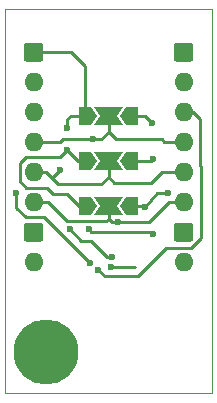
<source format=gbl>
G04 #@! TF.GenerationSoftware,KiCad,Pcbnew,(5.1.5-0-10_14)*
G04 #@! TF.CreationDate,2020-04-13T12:38:15+03:00*
G04 #@! TF.ProjectId,npa700-breakout-b1,6e706137-3030-42d6-9272-65616b6f7574,rev?*
G04 #@! TF.SameCoordinates,Original*
G04 #@! TF.FileFunction,Copper,L2,Bot*
G04 #@! TF.FilePolarity,Positive*
%FSLAX46Y46*%
G04 Gerber Fmt 4.6, Leading zero omitted, Abs format (unit mm)*
G04 Created by KiCad (PCBNEW (5.1.5-0-10_14)) date 2020-04-13 12:38:15*
%MOMM*%
%LPD*%
G04 APERTURE LIST*
%ADD10C,0.010000*%
%ADD11O,1.600000X1.600000*%
%ADD12C,0.100000*%
%ADD13C,5.500000*%
%ADD14C,0.700000*%
%ADD15C,0.600000*%
%ADD16C,0.250000*%
G04 APERTURE END LIST*
D10*
X83250001Y-111000000D02*
X83250000Y-78490000D01*
X100750000Y-78490000D02*
X100749999Y-111000000D01*
X100750000Y-78490000D02*
X83250000Y-78490000D01*
X100749999Y-111000000D02*
X83250001Y-111000000D01*
D11*
X85650000Y-99890000D03*
G04 #@! TA.AperFunction,SMDPad,CuDef*
D12*
G36*
X86269603Y-96550963D02*
G01*
X86289018Y-96553843D01*
X86308057Y-96558612D01*
X86326537Y-96565224D01*
X86344279Y-96573616D01*
X86361114Y-96583706D01*
X86376879Y-96595398D01*
X86391421Y-96608579D01*
X86404602Y-96623121D01*
X86416294Y-96638886D01*
X86426384Y-96655721D01*
X86434776Y-96673463D01*
X86441388Y-96691943D01*
X86446157Y-96710982D01*
X86449037Y-96730397D01*
X86450000Y-96750000D01*
X86450000Y-97950000D01*
X86449037Y-97969603D01*
X86446157Y-97989018D01*
X86441388Y-98008057D01*
X86434776Y-98026537D01*
X86426384Y-98044279D01*
X86416294Y-98061114D01*
X86404602Y-98076879D01*
X86391421Y-98091421D01*
X86376879Y-98104602D01*
X86361114Y-98116294D01*
X86344279Y-98126384D01*
X86326537Y-98134776D01*
X86308057Y-98141388D01*
X86289018Y-98146157D01*
X86269603Y-98149037D01*
X86250000Y-98150000D01*
X85050000Y-98150000D01*
X85030397Y-98149037D01*
X85010982Y-98146157D01*
X84991943Y-98141388D01*
X84973463Y-98134776D01*
X84955721Y-98126384D01*
X84938886Y-98116294D01*
X84923121Y-98104602D01*
X84908579Y-98091421D01*
X84895398Y-98076879D01*
X84883706Y-98061114D01*
X84873616Y-98044279D01*
X84865224Y-98026537D01*
X84858612Y-98008057D01*
X84853843Y-97989018D01*
X84850963Y-97969603D01*
X84850000Y-97950000D01*
X84850000Y-96750000D01*
X84850963Y-96730397D01*
X84853843Y-96710982D01*
X84858612Y-96691943D01*
X84865224Y-96673463D01*
X84873616Y-96655721D01*
X84883706Y-96638886D01*
X84895398Y-96623121D01*
X84908579Y-96608579D01*
X84923121Y-96595398D01*
X84938886Y-96583706D01*
X84955721Y-96573616D01*
X84973463Y-96565224D01*
X84991943Y-96558612D01*
X85010982Y-96553843D01*
X85030397Y-96550963D01*
X85050000Y-96550000D01*
X86250000Y-96550000D01*
X86269603Y-96550963D01*
G37*
G04 #@! TD.AperFunction*
D11*
X85650000Y-94810000D03*
X85650000Y-92270000D03*
X85650000Y-89730000D03*
X85650000Y-87190000D03*
X85650000Y-84650000D03*
G04 #@! TA.AperFunction,ComponentPad*
D12*
G36*
X86269603Y-81310963D02*
G01*
X86289018Y-81313843D01*
X86308057Y-81318612D01*
X86326537Y-81325224D01*
X86344279Y-81333616D01*
X86361114Y-81343706D01*
X86376879Y-81355398D01*
X86391421Y-81368579D01*
X86404602Y-81383121D01*
X86416294Y-81398886D01*
X86426384Y-81415721D01*
X86434776Y-81433463D01*
X86441388Y-81451943D01*
X86446157Y-81470982D01*
X86449037Y-81490397D01*
X86450000Y-81510000D01*
X86450000Y-82710000D01*
X86449037Y-82729603D01*
X86446157Y-82749018D01*
X86441388Y-82768057D01*
X86434776Y-82786537D01*
X86426384Y-82804279D01*
X86416294Y-82821114D01*
X86404602Y-82836879D01*
X86391421Y-82851421D01*
X86376879Y-82864602D01*
X86361114Y-82876294D01*
X86344279Y-82886384D01*
X86326537Y-82894776D01*
X86308057Y-82901388D01*
X86289018Y-82906157D01*
X86269603Y-82909037D01*
X86250000Y-82910000D01*
X85050000Y-82910000D01*
X85030397Y-82909037D01*
X85010982Y-82906157D01*
X84991943Y-82901388D01*
X84973463Y-82894776D01*
X84955721Y-82886384D01*
X84938886Y-82876294D01*
X84923121Y-82864602D01*
X84908579Y-82851421D01*
X84895398Y-82836879D01*
X84883706Y-82821114D01*
X84873616Y-82804279D01*
X84865224Y-82786537D01*
X84858612Y-82768057D01*
X84853843Y-82749018D01*
X84850963Y-82729603D01*
X84850000Y-82710000D01*
X84850000Y-81510000D01*
X84850963Y-81490397D01*
X84853843Y-81470982D01*
X84858612Y-81451943D01*
X84865224Y-81433463D01*
X84873616Y-81415721D01*
X84883706Y-81398886D01*
X84895398Y-81383121D01*
X84908579Y-81368579D01*
X84923121Y-81355398D01*
X84938886Y-81343706D01*
X84955721Y-81333616D01*
X84973463Y-81325224D01*
X84991943Y-81318612D01*
X85010982Y-81313843D01*
X85030397Y-81310963D01*
X85050000Y-81310000D01*
X86250000Y-81310000D01*
X86269603Y-81310963D01*
G37*
G04 #@! TD.AperFunction*
D11*
X98350000Y-99890000D03*
G04 #@! TA.AperFunction,SMDPad,CuDef*
D12*
G36*
X98969603Y-96550963D02*
G01*
X98989018Y-96553843D01*
X99008057Y-96558612D01*
X99026537Y-96565224D01*
X99044279Y-96573616D01*
X99061114Y-96583706D01*
X99076879Y-96595398D01*
X99091421Y-96608579D01*
X99104602Y-96623121D01*
X99116294Y-96638886D01*
X99126384Y-96655721D01*
X99134776Y-96673463D01*
X99141388Y-96691943D01*
X99146157Y-96710982D01*
X99149037Y-96730397D01*
X99150000Y-96750000D01*
X99150000Y-97950000D01*
X99149037Y-97969603D01*
X99146157Y-97989018D01*
X99141388Y-98008057D01*
X99134776Y-98026537D01*
X99126384Y-98044279D01*
X99116294Y-98061114D01*
X99104602Y-98076879D01*
X99091421Y-98091421D01*
X99076879Y-98104602D01*
X99061114Y-98116294D01*
X99044279Y-98126384D01*
X99026537Y-98134776D01*
X99008057Y-98141388D01*
X98989018Y-98146157D01*
X98969603Y-98149037D01*
X98950000Y-98150000D01*
X97750000Y-98150000D01*
X97730397Y-98149037D01*
X97710982Y-98146157D01*
X97691943Y-98141388D01*
X97673463Y-98134776D01*
X97655721Y-98126384D01*
X97638886Y-98116294D01*
X97623121Y-98104602D01*
X97608579Y-98091421D01*
X97595398Y-98076879D01*
X97583706Y-98061114D01*
X97573616Y-98044279D01*
X97565224Y-98026537D01*
X97558612Y-98008057D01*
X97553843Y-97989018D01*
X97550963Y-97969603D01*
X97550000Y-97950000D01*
X97550000Y-96750000D01*
X97550963Y-96730397D01*
X97553843Y-96710982D01*
X97558612Y-96691943D01*
X97565224Y-96673463D01*
X97573616Y-96655721D01*
X97583706Y-96638886D01*
X97595398Y-96623121D01*
X97608579Y-96608579D01*
X97623121Y-96595398D01*
X97638886Y-96583706D01*
X97655721Y-96573616D01*
X97673463Y-96565224D01*
X97691943Y-96558612D01*
X97710982Y-96553843D01*
X97730397Y-96550963D01*
X97750000Y-96550000D01*
X98950000Y-96550000D01*
X98969603Y-96550963D01*
G37*
G04 #@! TD.AperFunction*
D11*
X98350000Y-94810000D03*
X98350000Y-92270000D03*
X98350000Y-89730000D03*
X98350000Y-87190000D03*
X98350000Y-84650000D03*
G04 #@! TA.AperFunction,ComponentPad*
D12*
G36*
X98969603Y-81310963D02*
G01*
X98989018Y-81313843D01*
X99008057Y-81318612D01*
X99026537Y-81325224D01*
X99044279Y-81333616D01*
X99061114Y-81343706D01*
X99076879Y-81355398D01*
X99091421Y-81368579D01*
X99104602Y-81383121D01*
X99116294Y-81398886D01*
X99126384Y-81415721D01*
X99134776Y-81433463D01*
X99141388Y-81451943D01*
X99146157Y-81470982D01*
X99149037Y-81490397D01*
X99150000Y-81510000D01*
X99150000Y-82710000D01*
X99149037Y-82729603D01*
X99146157Y-82749018D01*
X99141388Y-82768057D01*
X99134776Y-82786537D01*
X99126384Y-82804279D01*
X99116294Y-82821114D01*
X99104602Y-82836879D01*
X99091421Y-82851421D01*
X99076879Y-82864602D01*
X99061114Y-82876294D01*
X99044279Y-82886384D01*
X99026537Y-82894776D01*
X99008057Y-82901388D01*
X98989018Y-82906157D01*
X98969603Y-82909037D01*
X98950000Y-82910000D01*
X97750000Y-82910000D01*
X97730397Y-82909037D01*
X97710982Y-82906157D01*
X97691943Y-82901388D01*
X97673463Y-82894776D01*
X97655721Y-82886384D01*
X97638886Y-82876294D01*
X97623121Y-82864602D01*
X97608579Y-82851421D01*
X97595398Y-82836879D01*
X97583706Y-82821114D01*
X97573616Y-82804279D01*
X97565224Y-82786537D01*
X97558612Y-82768057D01*
X97553843Y-82749018D01*
X97550963Y-82729603D01*
X97550000Y-82710000D01*
X97550000Y-81510000D01*
X97550963Y-81490397D01*
X97553843Y-81470982D01*
X97558612Y-81451943D01*
X97565224Y-81433463D01*
X97573616Y-81415721D01*
X97583706Y-81398886D01*
X97595398Y-81383121D01*
X97608579Y-81368579D01*
X97623121Y-81355398D01*
X97638886Y-81343706D01*
X97655721Y-81333616D01*
X97673463Y-81325224D01*
X97691943Y-81318612D01*
X97710982Y-81313843D01*
X97730397Y-81310963D01*
X97750000Y-81310000D01*
X98950000Y-81310000D01*
X98969603Y-81310963D01*
G37*
G04 #@! TD.AperFunction*
D13*
X86700000Y-107490000D03*
D14*
X89100000Y-107490000D03*
X88397056Y-109187056D03*
X86700000Y-109890000D03*
X85002944Y-109187056D03*
X84300000Y-107490000D03*
X85002944Y-105792944D03*
X86700000Y-105090000D03*
X88397056Y-105792944D03*
G04 #@! TA.AperFunction,SMDPad,CuDef*
D12*
G36*
X93000000Y-87510000D02*
G01*
X93500000Y-86760000D01*
X94500000Y-86760000D01*
X94500000Y-88260000D01*
X93500000Y-88260000D01*
X93000000Y-87510000D01*
G37*
G04 #@! TD.AperFunction*
G04 #@! TA.AperFunction,Conductor*
G36*
X91300000Y-87510000D02*
G01*
X90800000Y-86760000D01*
X93200000Y-86760000D01*
X92700000Y-87510000D01*
X93200000Y-88260000D01*
X90800000Y-88260000D01*
X91300000Y-87510000D01*
G37*
G04 #@! TD.AperFunction*
G04 #@! TA.AperFunction,SMDPad,CuDef*
G36*
X91000000Y-87510000D02*
G01*
X90500000Y-88260000D01*
X89500000Y-88260000D01*
X89500000Y-86760000D01*
X90500000Y-86760000D01*
X91000000Y-87510000D01*
G37*
G04 #@! TD.AperFunction*
G04 #@! TA.AperFunction,SMDPad,CuDef*
G36*
X91000000Y-91320000D02*
G01*
X90500000Y-92070000D01*
X89500000Y-92070000D01*
X89500000Y-90570000D01*
X90500000Y-90570000D01*
X91000000Y-91320000D01*
G37*
G04 #@! TD.AperFunction*
G04 #@! TA.AperFunction,Conductor*
G36*
X91300000Y-91320000D02*
G01*
X90800000Y-90570000D01*
X93200000Y-90570000D01*
X92700000Y-91320000D01*
X93200000Y-92070000D01*
X90800000Y-92070000D01*
X91300000Y-91320000D01*
G37*
G04 #@! TD.AperFunction*
G04 #@! TA.AperFunction,SMDPad,CuDef*
G36*
X93000000Y-91320000D02*
G01*
X93500000Y-90570000D01*
X94500000Y-90570000D01*
X94500000Y-92070000D01*
X93500000Y-92070000D01*
X93000000Y-91320000D01*
G37*
G04 #@! TD.AperFunction*
G04 #@! TA.AperFunction,SMDPad,CuDef*
G36*
X93000000Y-95130000D02*
G01*
X93500000Y-94380000D01*
X94500000Y-94380000D01*
X94500000Y-95880000D01*
X93500000Y-95880000D01*
X93000000Y-95130000D01*
G37*
G04 #@! TD.AperFunction*
G04 #@! TA.AperFunction,Conductor*
G36*
X91300000Y-95130000D02*
G01*
X90800000Y-94380000D01*
X93200000Y-94380000D01*
X92700000Y-95130000D01*
X93200000Y-95880000D01*
X90800000Y-95880000D01*
X91300000Y-95130000D01*
G37*
G04 #@! TD.AperFunction*
G04 #@! TA.AperFunction,SMDPad,CuDef*
G36*
X91000000Y-95130000D02*
G01*
X90500000Y-95880000D01*
X89500000Y-95880000D01*
X89500000Y-94380000D01*
X90500000Y-94380000D01*
X91000000Y-95130000D01*
G37*
G04 #@! TD.AperFunction*
D15*
X95800000Y-97500000D03*
X90300000Y-97100000D03*
X88500000Y-88500000D03*
X88500000Y-90400000D03*
X90000000Y-91320000D03*
X95800000Y-91200000D03*
X95700000Y-88100000D03*
X97000000Y-94000000D03*
X95100000Y-95200000D03*
X91100000Y-100600000D03*
X90400000Y-100000000D03*
X84200000Y-94000000D03*
X92800000Y-96500000D03*
X92250000Y-99450000D03*
X88700000Y-97100000D03*
X87900000Y-92100000D03*
X90700000Y-89500000D03*
X92200000Y-100300000D03*
D16*
X95600000Y-97300000D02*
X95800000Y-97500000D01*
X90500000Y-97300000D02*
X95600000Y-97300000D01*
X90300000Y-97100000D02*
X90500000Y-97300000D01*
X90000000Y-87510000D02*
X90000000Y-83300000D01*
X88810000Y-82110000D02*
X85650000Y-82110000D01*
X90000000Y-83300000D02*
X88810000Y-82110000D01*
X90000000Y-91320000D02*
X89420000Y-91320000D01*
X88790000Y-87510000D02*
X90000000Y-87510000D01*
X88500000Y-87800000D02*
X88790000Y-87510000D01*
X88500000Y-88500000D02*
X88500000Y-87800000D01*
X89420000Y-91320000D02*
X88500000Y-90400000D01*
X89500000Y-95130000D02*
X88470000Y-94100000D01*
X90000000Y-95130000D02*
X89500000Y-95130000D01*
X88470000Y-94100000D02*
X87300000Y-94100000D01*
X87300000Y-94100000D02*
X86800000Y-93600000D01*
X85037522Y-93600000D02*
X84500000Y-93062478D01*
X86800000Y-93600000D02*
X85037522Y-93600000D01*
X84500000Y-91477522D02*
X84977522Y-91000000D01*
X84500000Y-93062478D02*
X84500000Y-91477522D01*
X87900000Y-91000000D02*
X88500000Y-90400000D01*
X84977522Y-91000000D02*
X87900000Y-91000000D01*
X94000000Y-87510000D02*
X95110000Y-87510000D01*
X95680000Y-91320000D02*
X94000000Y-91320000D01*
X95800000Y-91200000D02*
X95680000Y-91320000D01*
X95110000Y-87510000D02*
X95700000Y-88100000D01*
X96100000Y-94000000D02*
X97000000Y-94000000D01*
X94000000Y-95130000D02*
X94970000Y-95130000D01*
X95100000Y-95200000D02*
X96100000Y-94000000D01*
X94970000Y-95130000D02*
X95100000Y-95200000D01*
X99150000Y-87190000D02*
X98350000Y-87190000D01*
X99700000Y-87740000D02*
X99150000Y-87190000D01*
X99700000Y-91700000D02*
X99700000Y-87740000D01*
X99800000Y-91800000D02*
X99700000Y-91700000D01*
X99800000Y-97842478D02*
X99800000Y-91800000D01*
X98942478Y-98700000D02*
X99800000Y-97842478D01*
X96900000Y-98700000D02*
X98942478Y-98700000D01*
X94500001Y-101099999D02*
X96900000Y-98700000D01*
X91100000Y-100600000D02*
X91699999Y-101099999D01*
X91699999Y-101099999D02*
X94500001Y-101099999D01*
X90400000Y-100000000D02*
X87100000Y-96700000D01*
X87100000Y-96700000D02*
X86500000Y-96100000D01*
X84200000Y-95302478D02*
X84200000Y-94000000D01*
X84997522Y-96100000D02*
X84200000Y-95302478D01*
X86500000Y-96100000D02*
X84997522Y-96100000D01*
X92000000Y-95130000D02*
X92000000Y-96200000D01*
X97090000Y-94810000D02*
X98350000Y-94810000D01*
X95400000Y-96500000D02*
X97090000Y-94810000D01*
X92300000Y-96500000D02*
X92800000Y-96500000D01*
X92800000Y-96500000D02*
X95400000Y-96500000D01*
X92000000Y-96200000D02*
X92300000Y-96500000D01*
X85650000Y-94810000D02*
X86910000Y-94810000D01*
X91800000Y-96400000D02*
X92000000Y-96200000D01*
X88500000Y-96400000D02*
X91800000Y-96400000D01*
X86910000Y-94810000D02*
X88500000Y-96400000D01*
X98350000Y-92270000D02*
X96530000Y-92270000D01*
X92000000Y-92700000D02*
X92000000Y-91320000D01*
X92500000Y-93200000D02*
X92000000Y-92700000D01*
X95600000Y-93200000D02*
X92500000Y-93200000D01*
X96530000Y-92270000D02*
X95600000Y-93200000D01*
X85650000Y-92270000D02*
X86670000Y-92270000D01*
X91400000Y-93300000D02*
X92000000Y-92700000D01*
X87700000Y-93300000D02*
X91400000Y-93300000D01*
X91825736Y-99450000D02*
X90475736Y-98100000D01*
X92250000Y-99450000D02*
X91825736Y-99450000D01*
X90475736Y-98100000D02*
X89700000Y-98100000D01*
X89700000Y-98100000D02*
X88700000Y-97100000D01*
X87900000Y-92100000D02*
X87200000Y-92800000D01*
X87200000Y-92800000D02*
X87700000Y-93300000D01*
X86670000Y-92270000D02*
X87200000Y-92800000D01*
X92000000Y-87510000D02*
X92000000Y-88900000D01*
X96730000Y-89730000D02*
X98350000Y-89730000D01*
X96500000Y-89500000D02*
X96730000Y-89730000D01*
X92600000Y-89500000D02*
X96500000Y-89500000D01*
X92000000Y-88900000D02*
X92600000Y-89500000D01*
X85650000Y-89730000D02*
X87870000Y-89730000D01*
X91400000Y-89500000D02*
X92000000Y-88900000D01*
X87870000Y-89730000D02*
X88100000Y-89500000D01*
X90700000Y-89500000D02*
X91400000Y-89500000D01*
X88100000Y-89500000D02*
X90700000Y-89500000D01*
X94200000Y-100300000D02*
X92200000Y-100300000D01*
M02*

</source>
